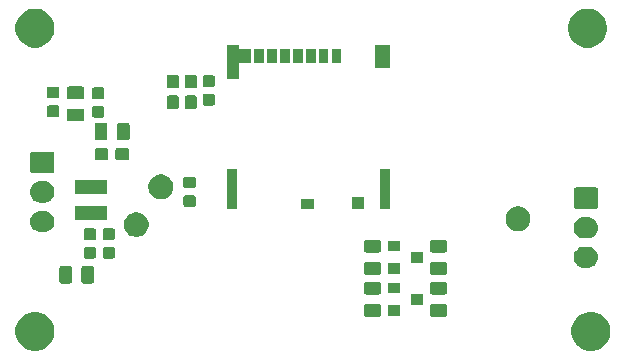
<source format=gbr>
G04 #@! TF.GenerationSoftware,KiCad,Pcbnew,5.1.4-3.fc30*
G04 #@! TF.CreationDate,2019-11-13T22:00:14+01:00*
G04 #@! TF.ProjectId,dpf_ressure_dumper,6470665f-7265-4737-9375-72655f64756d,rev?*
G04 #@! TF.SameCoordinates,Original*
G04 #@! TF.FileFunction,Soldermask,Bot*
G04 #@! TF.FilePolarity,Negative*
%FSLAX46Y46*%
G04 Gerber Fmt 4.6, Leading zero omitted, Abs format (unit mm)*
G04 Created by KiCad (PCBNEW 5.1.4-3.fc30) date 2019-11-13 22:00:14*
%MOMM*%
%LPD*%
G04 APERTURE LIST*
%ADD10C,0.100000*%
G04 APERTURE END LIST*
D10*
G36*
X173125994Y-146466423D02*
G01*
X173399407Y-146520808D01*
X173699688Y-146645189D01*
X173969934Y-146825761D01*
X174199759Y-147055586D01*
X174380331Y-147325832D01*
X174504712Y-147626113D01*
X174568120Y-147944889D01*
X174568120Y-148269911D01*
X174504712Y-148588687D01*
X174380331Y-148888968D01*
X174199759Y-149159214D01*
X173969934Y-149389039D01*
X173699688Y-149569611D01*
X173399407Y-149693992D01*
X173125994Y-149748377D01*
X173080632Y-149757400D01*
X172755608Y-149757400D01*
X172710246Y-149748377D01*
X172436833Y-149693992D01*
X172136552Y-149569611D01*
X171866306Y-149389039D01*
X171636481Y-149159214D01*
X171455909Y-148888968D01*
X171331528Y-148588687D01*
X171268120Y-148269911D01*
X171268120Y-147944889D01*
X171331528Y-147626113D01*
X171455909Y-147325832D01*
X171636481Y-147055586D01*
X171866306Y-146825761D01*
X172136552Y-146645189D01*
X172436833Y-146520808D01*
X172710246Y-146466423D01*
X172755608Y-146457400D01*
X173080632Y-146457400D01*
X173125994Y-146466423D01*
X173125994Y-146466423D01*
G37*
G36*
X220187114Y-146466423D02*
G01*
X220460527Y-146520808D01*
X220760808Y-146645189D01*
X221031054Y-146825761D01*
X221260879Y-147055586D01*
X221441451Y-147325832D01*
X221565832Y-147626113D01*
X221629240Y-147944889D01*
X221629240Y-148269911D01*
X221565832Y-148588687D01*
X221441451Y-148888968D01*
X221260879Y-149159214D01*
X221031054Y-149389039D01*
X220760808Y-149569611D01*
X220460527Y-149693992D01*
X220187114Y-149748377D01*
X220141752Y-149757400D01*
X219816728Y-149757400D01*
X219771366Y-149748377D01*
X219497953Y-149693992D01*
X219197672Y-149569611D01*
X218927426Y-149389039D01*
X218697601Y-149159214D01*
X218517029Y-148888968D01*
X218392648Y-148588687D01*
X218329240Y-148269911D01*
X218329240Y-147944889D01*
X218392648Y-147626113D01*
X218517029Y-147325832D01*
X218697601Y-147055586D01*
X218927426Y-146825761D01*
X219197672Y-146645189D01*
X219497953Y-146520808D01*
X219771366Y-146466423D01*
X219816728Y-146457400D01*
X220141752Y-146457400D01*
X220187114Y-146466423D01*
X220187114Y-146466423D01*
G37*
G36*
X202082668Y-145793165D02*
G01*
X202121338Y-145804896D01*
X202156977Y-145823946D01*
X202188217Y-145849583D01*
X202213854Y-145880823D01*
X202232904Y-145916462D01*
X202244635Y-145955132D01*
X202249200Y-146001488D01*
X202249200Y-146652712D01*
X202244635Y-146699068D01*
X202232904Y-146737738D01*
X202213854Y-146773377D01*
X202188217Y-146804617D01*
X202156977Y-146830254D01*
X202121338Y-146849304D01*
X202082668Y-146861035D01*
X202036312Y-146865600D01*
X200960088Y-146865600D01*
X200913732Y-146861035D01*
X200875062Y-146849304D01*
X200839423Y-146830254D01*
X200808183Y-146804617D01*
X200782546Y-146773377D01*
X200763496Y-146737738D01*
X200751765Y-146699068D01*
X200747200Y-146652712D01*
X200747200Y-146001488D01*
X200751765Y-145955132D01*
X200763496Y-145916462D01*
X200782546Y-145880823D01*
X200808183Y-145849583D01*
X200839423Y-145823946D01*
X200875062Y-145804896D01*
X200913732Y-145793165D01*
X200960088Y-145788600D01*
X202036312Y-145788600D01*
X202082668Y-145793165D01*
X202082668Y-145793165D01*
G37*
G36*
X207670668Y-145793165D02*
G01*
X207709338Y-145804896D01*
X207744977Y-145823946D01*
X207776217Y-145849583D01*
X207801854Y-145880823D01*
X207820904Y-145916462D01*
X207832635Y-145955132D01*
X207837200Y-146001488D01*
X207837200Y-146652712D01*
X207832635Y-146699068D01*
X207820904Y-146737738D01*
X207801854Y-146773377D01*
X207776217Y-146804617D01*
X207744977Y-146830254D01*
X207709338Y-146849304D01*
X207670668Y-146861035D01*
X207624312Y-146865600D01*
X206548088Y-146865600D01*
X206501732Y-146861035D01*
X206463062Y-146849304D01*
X206427423Y-146830254D01*
X206396183Y-146804617D01*
X206370546Y-146773377D01*
X206351496Y-146737738D01*
X206339765Y-146699068D01*
X206335200Y-146652712D01*
X206335200Y-146001488D01*
X206339765Y-145955132D01*
X206351496Y-145916462D01*
X206370546Y-145880823D01*
X206396183Y-145849583D01*
X206427423Y-145823946D01*
X206463062Y-145804896D01*
X206501732Y-145793165D01*
X206548088Y-145788600D01*
X207624312Y-145788600D01*
X207670668Y-145793165D01*
X207670668Y-145793165D01*
G37*
G36*
X203793200Y-146790600D02*
G01*
X202791200Y-146790600D01*
X202791200Y-145888600D01*
X203793200Y-145888600D01*
X203793200Y-146790600D01*
X203793200Y-146790600D01*
G37*
G36*
X205793200Y-145840600D02*
G01*
X204791200Y-145840600D01*
X204791200Y-144938600D01*
X205793200Y-144938600D01*
X205793200Y-145840600D01*
X205793200Y-145840600D01*
G37*
G36*
X202082668Y-143918165D02*
G01*
X202121338Y-143929896D01*
X202156977Y-143948946D01*
X202188217Y-143974583D01*
X202213854Y-144005823D01*
X202232904Y-144041462D01*
X202244635Y-144080132D01*
X202249200Y-144126488D01*
X202249200Y-144777712D01*
X202244635Y-144824068D01*
X202232904Y-144862738D01*
X202213854Y-144898377D01*
X202188217Y-144929617D01*
X202156977Y-144955254D01*
X202121338Y-144974304D01*
X202082668Y-144986035D01*
X202036312Y-144990600D01*
X200960088Y-144990600D01*
X200913732Y-144986035D01*
X200875062Y-144974304D01*
X200839423Y-144955254D01*
X200808183Y-144929617D01*
X200782546Y-144898377D01*
X200763496Y-144862738D01*
X200751765Y-144824068D01*
X200747200Y-144777712D01*
X200747200Y-144126488D01*
X200751765Y-144080132D01*
X200763496Y-144041462D01*
X200782546Y-144005823D01*
X200808183Y-143974583D01*
X200839423Y-143948946D01*
X200875062Y-143929896D01*
X200913732Y-143918165D01*
X200960088Y-143913600D01*
X202036312Y-143913600D01*
X202082668Y-143918165D01*
X202082668Y-143918165D01*
G37*
G36*
X207670668Y-143918165D02*
G01*
X207709338Y-143929896D01*
X207744977Y-143948946D01*
X207776217Y-143974583D01*
X207801854Y-144005823D01*
X207820904Y-144041462D01*
X207832635Y-144080132D01*
X207837200Y-144126488D01*
X207837200Y-144777712D01*
X207832635Y-144824068D01*
X207820904Y-144862738D01*
X207801854Y-144898377D01*
X207776217Y-144929617D01*
X207744977Y-144955254D01*
X207709338Y-144974304D01*
X207670668Y-144986035D01*
X207624312Y-144990600D01*
X206548088Y-144990600D01*
X206501732Y-144986035D01*
X206463062Y-144974304D01*
X206427423Y-144955254D01*
X206396183Y-144929617D01*
X206370546Y-144898377D01*
X206351496Y-144862738D01*
X206339765Y-144824068D01*
X206335200Y-144777712D01*
X206335200Y-144126488D01*
X206339765Y-144080132D01*
X206351496Y-144041462D01*
X206370546Y-144005823D01*
X206396183Y-143974583D01*
X206427423Y-143948946D01*
X206463062Y-143929896D01*
X206501732Y-143918165D01*
X206548088Y-143913600D01*
X207624312Y-143913600D01*
X207670668Y-143918165D01*
X207670668Y-143918165D01*
G37*
G36*
X203793200Y-144890600D02*
G01*
X202791200Y-144890600D01*
X202791200Y-143988600D01*
X203793200Y-143988600D01*
X203793200Y-144890600D01*
X203793200Y-144890600D01*
G37*
G36*
X175888268Y-142560365D02*
G01*
X175926938Y-142572096D01*
X175962577Y-142591146D01*
X175993817Y-142616783D01*
X176019454Y-142648023D01*
X176038504Y-142683662D01*
X176050235Y-142722332D01*
X176054800Y-142768688D01*
X176054800Y-143844912D01*
X176050235Y-143891268D01*
X176038504Y-143929938D01*
X176019454Y-143965577D01*
X175993817Y-143996817D01*
X175962577Y-144022454D01*
X175926938Y-144041504D01*
X175888268Y-144053235D01*
X175841912Y-144057800D01*
X175190688Y-144057800D01*
X175144332Y-144053235D01*
X175105662Y-144041504D01*
X175070023Y-144022454D01*
X175038783Y-143996817D01*
X175013146Y-143965577D01*
X174994096Y-143929938D01*
X174982365Y-143891268D01*
X174977800Y-143844912D01*
X174977800Y-142768688D01*
X174982365Y-142722332D01*
X174994096Y-142683662D01*
X175013146Y-142648023D01*
X175038783Y-142616783D01*
X175070023Y-142591146D01*
X175105662Y-142572096D01*
X175144332Y-142560365D01*
X175190688Y-142555800D01*
X175841912Y-142555800D01*
X175888268Y-142560365D01*
X175888268Y-142560365D01*
G37*
G36*
X177763268Y-142560365D02*
G01*
X177801938Y-142572096D01*
X177837577Y-142591146D01*
X177868817Y-142616783D01*
X177894454Y-142648023D01*
X177913504Y-142683662D01*
X177925235Y-142722332D01*
X177929800Y-142768688D01*
X177929800Y-143844912D01*
X177925235Y-143891268D01*
X177913504Y-143929938D01*
X177894454Y-143965577D01*
X177868817Y-143996817D01*
X177837577Y-144022454D01*
X177801938Y-144041504D01*
X177763268Y-144053235D01*
X177716912Y-144057800D01*
X177065688Y-144057800D01*
X177019332Y-144053235D01*
X176980662Y-144041504D01*
X176945023Y-144022454D01*
X176913783Y-143996817D01*
X176888146Y-143965577D01*
X176869096Y-143929938D01*
X176857365Y-143891268D01*
X176852800Y-143844912D01*
X176852800Y-142768688D01*
X176857365Y-142722332D01*
X176869096Y-142683662D01*
X176888146Y-142648023D01*
X176913783Y-142616783D01*
X176945023Y-142591146D01*
X176980662Y-142572096D01*
X177019332Y-142560365D01*
X177065688Y-142555800D01*
X177716912Y-142555800D01*
X177763268Y-142560365D01*
X177763268Y-142560365D01*
G37*
G36*
X207670668Y-142237165D02*
G01*
X207709338Y-142248896D01*
X207744977Y-142267946D01*
X207776217Y-142293583D01*
X207801854Y-142324823D01*
X207820904Y-142360462D01*
X207832635Y-142399132D01*
X207837200Y-142445488D01*
X207837200Y-143096712D01*
X207832635Y-143143068D01*
X207820904Y-143181738D01*
X207801854Y-143217377D01*
X207776217Y-143248617D01*
X207744977Y-143274254D01*
X207709338Y-143293304D01*
X207670668Y-143305035D01*
X207624312Y-143309600D01*
X206548088Y-143309600D01*
X206501732Y-143305035D01*
X206463062Y-143293304D01*
X206427423Y-143274254D01*
X206396183Y-143248617D01*
X206370546Y-143217377D01*
X206351496Y-143181738D01*
X206339765Y-143143068D01*
X206335200Y-143096712D01*
X206335200Y-142445488D01*
X206339765Y-142399132D01*
X206351496Y-142360462D01*
X206370546Y-142324823D01*
X206396183Y-142293583D01*
X206427423Y-142267946D01*
X206463062Y-142248896D01*
X206501732Y-142237165D01*
X206548088Y-142232600D01*
X207624312Y-142232600D01*
X207670668Y-142237165D01*
X207670668Y-142237165D01*
G37*
G36*
X202082668Y-142237165D02*
G01*
X202121338Y-142248896D01*
X202156977Y-142267946D01*
X202188217Y-142293583D01*
X202213854Y-142324823D01*
X202232904Y-142360462D01*
X202244635Y-142399132D01*
X202249200Y-142445488D01*
X202249200Y-143096712D01*
X202244635Y-143143068D01*
X202232904Y-143181738D01*
X202213854Y-143217377D01*
X202188217Y-143248617D01*
X202156977Y-143274254D01*
X202121338Y-143293304D01*
X202082668Y-143305035D01*
X202036312Y-143309600D01*
X200960088Y-143309600D01*
X200913732Y-143305035D01*
X200875062Y-143293304D01*
X200839423Y-143274254D01*
X200808183Y-143248617D01*
X200782546Y-143217377D01*
X200763496Y-143181738D01*
X200751765Y-143143068D01*
X200747200Y-143096712D01*
X200747200Y-142445488D01*
X200751765Y-142399132D01*
X200763496Y-142360462D01*
X200782546Y-142324823D01*
X200808183Y-142293583D01*
X200839423Y-142267946D01*
X200875062Y-142248896D01*
X200913732Y-142237165D01*
X200960088Y-142232600D01*
X202036312Y-142232600D01*
X202082668Y-142237165D01*
X202082668Y-142237165D01*
G37*
G36*
X203793200Y-143234600D02*
G01*
X202791200Y-143234600D01*
X202791200Y-142332600D01*
X203793200Y-142332600D01*
X203793200Y-143234600D01*
X203793200Y-143234600D01*
G37*
G36*
X219793043Y-140935319D02*
G01*
X219859227Y-140941837D01*
X220029066Y-140993357D01*
X220185591Y-141077022D01*
X220221329Y-141106352D01*
X220322786Y-141189614D01*
X220387433Y-141268388D01*
X220435378Y-141326809D01*
X220519043Y-141483334D01*
X220570563Y-141653173D01*
X220587959Y-141829800D01*
X220570563Y-142006427D01*
X220519043Y-142176266D01*
X220435378Y-142332791D01*
X220412669Y-142360462D01*
X220322786Y-142469986D01*
X220221329Y-142553248D01*
X220185591Y-142582578D01*
X220029066Y-142666243D01*
X219859227Y-142717763D01*
X219816085Y-142722012D01*
X219726860Y-142730800D01*
X219388340Y-142730800D01*
X219299115Y-142722012D01*
X219255973Y-142717763D01*
X219086134Y-142666243D01*
X218929609Y-142582578D01*
X218893871Y-142553248D01*
X218792414Y-142469986D01*
X218702531Y-142360462D01*
X218679822Y-142332791D01*
X218596157Y-142176266D01*
X218544637Y-142006427D01*
X218527241Y-141829800D01*
X218544637Y-141653173D01*
X218596157Y-141483334D01*
X218679822Y-141326809D01*
X218727767Y-141268388D01*
X218792414Y-141189614D01*
X218893871Y-141106352D01*
X218929609Y-141077022D01*
X219086134Y-140993357D01*
X219255973Y-140941837D01*
X219322157Y-140935319D01*
X219388340Y-140928800D01*
X219726860Y-140928800D01*
X219793043Y-140935319D01*
X219793043Y-140935319D01*
G37*
G36*
X205793200Y-142284600D02*
G01*
X204791200Y-142284600D01*
X204791200Y-141382600D01*
X205793200Y-141382600D01*
X205793200Y-142284600D01*
X205793200Y-142284600D01*
G37*
G36*
X179551191Y-140968285D02*
G01*
X179585169Y-140978593D01*
X179616490Y-140995334D01*
X179643939Y-141017861D01*
X179666466Y-141045310D01*
X179683207Y-141076631D01*
X179693515Y-141110609D01*
X179697600Y-141152090D01*
X179697600Y-141753310D01*
X179693515Y-141794791D01*
X179683207Y-141828769D01*
X179666466Y-141860090D01*
X179643939Y-141887539D01*
X179616490Y-141910066D01*
X179585169Y-141926807D01*
X179551191Y-141937115D01*
X179509710Y-141941200D01*
X178833490Y-141941200D01*
X178792009Y-141937115D01*
X178758031Y-141926807D01*
X178726710Y-141910066D01*
X178699261Y-141887539D01*
X178676734Y-141860090D01*
X178659993Y-141828769D01*
X178649685Y-141794791D01*
X178645600Y-141753310D01*
X178645600Y-141152090D01*
X178649685Y-141110609D01*
X178659993Y-141076631D01*
X178676734Y-141045310D01*
X178699261Y-141017861D01*
X178726710Y-140995334D01*
X178758031Y-140978593D01*
X178792009Y-140968285D01*
X178833490Y-140964200D01*
X179509710Y-140964200D01*
X179551191Y-140968285D01*
X179551191Y-140968285D01*
G37*
G36*
X177950991Y-140968285D02*
G01*
X177984969Y-140978593D01*
X178016290Y-140995334D01*
X178043739Y-141017861D01*
X178066266Y-141045310D01*
X178083007Y-141076631D01*
X178093315Y-141110609D01*
X178097400Y-141152090D01*
X178097400Y-141753310D01*
X178093315Y-141794791D01*
X178083007Y-141828769D01*
X178066266Y-141860090D01*
X178043739Y-141887539D01*
X178016290Y-141910066D01*
X177984969Y-141926807D01*
X177950991Y-141937115D01*
X177909510Y-141941200D01*
X177233290Y-141941200D01*
X177191809Y-141937115D01*
X177157831Y-141926807D01*
X177126510Y-141910066D01*
X177099061Y-141887539D01*
X177076534Y-141860090D01*
X177059793Y-141828769D01*
X177049485Y-141794791D01*
X177045400Y-141753310D01*
X177045400Y-141152090D01*
X177049485Y-141110609D01*
X177059793Y-141076631D01*
X177076534Y-141045310D01*
X177099061Y-141017861D01*
X177126510Y-140995334D01*
X177157831Y-140978593D01*
X177191809Y-140968285D01*
X177233290Y-140964200D01*
X177909510Y-140964200D01*
X177950991Y-140968285D01*
X177950991Y-140968285D01*
G37*
G36*
X207670668Y-140362165D02*
G01*
X207709338Y-140373896D01*
X207744977Y-140392946D01*
X207776217Y-140418583D01*
X207801854Y-140449823D01*
X207820904Y-140485462D01*
X207832635Y-140524132D01*
X207837200Y-140570488D01*
X207837200Y-141221712D01*
X207832635Y-141268068D01*
X207820904Y-141306738D01*
X207801854Y-141342377D01*
X207776217Y-141373617D01*
X207744977Y-141399254D01*
X207709338Y-141418304D01*
X207670668Y-141430035D01*
X207624312Y-141434600D01*
X206548088Y-141434600D01*
X206501732Y-141430035D01*
X206463062Y-141418304D01*
X206427423Y-141399254D01*
X206396183Y-141373617D01*
X206370546Y-141342377D01*
X206351496Y-141306738D01*
X206339765Y-141268068D01*
X206335200Y-141221712D01*
X206335200Y-140570488D01*
X206339765Y-140524132D01*
X206351496Y-140485462D01*
X206370546Y-140449823D01*
X206396183Y-140418583D01*
X206427423Y-140392946D01*
X206463062Y-140373896D01*
X206501732Y-140362165D01*
X206548088Y-140357600D01*
X207624312Y-140357600D01*
X207670668Y-140362165D01*
X207670668Y-140362165D01*
G37*
G36*
X202082668Y-140362165D02*
G01*
X202121338Y-140373896D01*
X202156977Y-140392946D01*
X202188217Y-140418583D01*
X202213854Y-140449823D01*
X202232904Y-140485462D01*
X202244635Y-140524132D01*
X202249200Y-140570488D01*
X202249200Y-141221712D01*
X202244635Y-141268068D01*
X202232904Y-141306738D01*
X202213854Y-141342377D01*
X202188217Y-141373617D01*
X202156977Y-141399254D01*
X202121338Y-141418304D01*
X202082668Y-141430035D01*
X202036312Y-141434600D01*
X200960088Y-141434600D01*
X200913732Y-141430035D01*
X200875062Y-141418304D01*
X200839423Y-141399254D01*
X200808183Y-141373617D01*
X200782546Y-141342377D01*
X200763496Y-141306738D01*
X200751765Y-141268068D01*
X200747200Y-141221712D01*
X200747200Y-140570488D01*
X200751765Y-140524132D01*
X200763496Y-140485462D01*
X200782546Y-140449823D01*
X200808183Y-140418583D01*
X200839423Y-140392946D01*
X200875062Y-140373896D01*
X200913732Y-140362165D01*
X200960088Y-140357600D01*
X202036312Y-140357600D01*
X202082668Y-140362165D01*
X202082668Y-140362165D01*
G37*
G36*
X203793200Y-141334600D02*
G01*
X202791200Y-141334600D01*
X202791200Y-140432600D01*
X203793200Y-140432600D01*
X203793200Y-141334600D01*
X203793200Y-141334600D01*
G37*
G36*
X177950991Y-139393285D02*
G01*
X177984969Y-139403593D01*
X178016290Y-139420334D01*
X178043739Y-139442861D01*
X178066266Y-139470310D01*
X178083007Y-139501631D01*
X178093315Y-139535609D01*
X178097400Y-139577090D01*
X178097400Y-140178310D01*
X178093315Y-140219791D01*
X178083007Y-140253769D01*
X178066266Y-140285090D01*
X178043739Y-140312539D01*
X178016290Y-140335066D01*
X177984969Y-140351807D01*
X177950991Y-140362115D01*
X177909510Y-140366200D01*
X177233290Y-140366200D01*
X177191809Y-140362115D01*
X177157831Y-140351807D01*
X177126510Y-140335066D01*
X177099061Y-140312539D01*
X177076534Y-140285090D01*
X177059793Y-140253769D01*
X177049485Y-140219791D01*
X177045400Y-140178310D01*
X177045400Y-139577090D01*
X177049485Y-139535609D01*
X177059793Y-139501631D01*
X177076534Y-139470310D01*
X177099061Y-139442861D01*
X177126510Y-139420334D01*
X177157831Y-139403593D01*
X177191809Y-139393285D01*
X177233290Y-139389200D01*
X177909510Y-139389200D01*
X177950991Y-139393285D01*
X177950991Y-139393285D01*
G37*
G36*
X179551191Y-139393285D02*
G01*
X179585169Y-139403593D01*
X179616490Y-139420334D01*
X179643939Y-139442861D01*
X179666466Y-139470310D01*
X179683207Y-139501631D01*
X179693515Y-139535609D01*
X179697600Y-139577090D01*
X179697600Y-140178310D01*
X179693515Y-140219791D01*
X179683207Y-140253769D01*
X179666466Y-140285090D01*
X179643939Y-140312539D01*
X179616490Y-140335066D01*
X179585169Y-140351807D01*
X179551191Y-140362115D01*
X179509710Y-140366200D01*
X178833490Y-140366200D01*
X178792009Y-140362115D01*
X178758031Y-140351807D01*
X178726710Y-140335066D01*
X178699261Y-140312539D01*
X178676734Y-140285090D01*
X178659993Y-140253769D01*
X178649685Y-140219791D01*
X178645600Y-140178310D01*
X178645600Y-139577090D01*
X178649685Y-139535609D01*
X178659993Y-139501631D01*
X178676734Y-139470310D01*
X178699261Y-139442861D01*
X178726710Y-139420334D01*
X178758031Y-139403593D01*
X178792009Y-139393285D01*
X178833490Y-139389200D01*
X179509710Y-139389200D01*
X179551191Y-139393285D01*
X179551191Y-139393285D01*
G37*
G36*
X219793043Y-138435319D02*
G01*
X219859227Y-138441837D01*
X220029066Y-138493357D01*
X220185591Y-138577022D01*
X220221329Y-138606352D01*
X220322786Y-138689614D01*
X220406048Y-138791071D01*
X220435378Y-138826809D01*
X220519043Y-138983334D01*
X220570563Y-139153173D01*
X220587959Y-139329800D01*
X220570563Y-139506427D01*
X220519043Y-139676266D01*
X220435378Y-139832791D01*
X220406048Y-139868529D01*
X220322786Y-139969986D01*
X220221329Y-140053248D01*
X220185591Y-140082578D01*
X220029066Y-140166243D01*
X219859227Y-140217763D01*
X219793042Y-140224282D01*
X219726860Y-140230800D01*
X219388340Y-140230800D01*
X219322158Y-140224282D01*
X219255973Y-140217763D01*
X219086134Y-140166243D01*
X218929609Y-140082578D01*
X218893871Y-140053248D01*
X218792414Y-139969986D01*
X218709152Y-139868529D01*
X218679822Y-139832791D01*
X218596157Y-139676266D01*
X218544637Y-139506427D01*
X218527241Y-139329800D01*
X218544637Y-139153173D01*
X218596157Y-138983334D01*
X218679822Y-138826809D01*
X218709152Y-138791071D01*
X218792414Y-138689614D01*
X218893871Y-138606352D01*
X218929609Y-138577022D01*
X219086134Y-138493357D01*
X219255973Y-138441837D01*
X219322157Y-138435319D01*
X219388340Y-138428800D01*
X219726860Y-138428800D01*
X219793043Y-138435319D01*
X219793043Y-138435319D01*
G37*
G36*
X181789564Y-138054389D02*
G01*
X181980833Y-138133615D01*
X181980835Y-138133616D01*
X182030820Y-138167015D01*
X182152973Y-138248635D01*
X182299365Y-138395027D01*
X182414385Y-138567167D01*
X182493611Y-138758436D01*
X182534000Y-138961484D01*
X182534000Y-139168516D01*
X182493611Y-139371564D01*
X182415567Y-139559979D01*
X182414384Y-139562835D01*
X182299365Y-139734973D01*
X182152973Y-139881365D01*
X181980835Y-139996384D01*
X181980834Y-139996385D01*
X181980833Y-139996385D01*
X181789564Y-140075611D01*
X181586516Y-140116000D01*
X181379484Y-140116000D01*
X181176436Y-140075611D01*
X180985167Y-139996385D01*
X180985166Y-139996385D01*
X180985165Y-139996384D01*
X180813027Y-139881365D01*
X180666635Y-139734973D01*
X180551616Y-139562835D01*
X180550433Y-139559979D01*
X180472389Y-139371564D01*
X180432000Y-139168516D01*
X180432000Y-138961484D01*
X180472389Y-138758436D01*
X180551615Y-138567167D01*
X180666635Y-138395027D01*
X180813027Y-138248635D01*
X180935180Y-138167015D01*
X180985165Y-138133616D01*
X180985167Y-138133615D01*
X181176436Y-138054389D01*
X181379484Y-138014000D01*
X181586516Y-138014000D01*
X181789564Y-138054389D01*
X181789564Y-138054389D01*
G37*
G36*
X173765283Y-137912427D02*
G01*
X173834427Y-137919237D01*
X174004266Y-137970757D01*
X174160791Y-138054422D01*
X174196529Y-138083752D01*
X174297986Y-138167014D01*
X174381248Y-138268471D01*
X174410578Y-138304209D01*
X174494243Y-138460734D01*
X174545763Y-138630573D01*
X174563159Y-138807200D01*
X174545763Y-138983827D01*
X174494392Y-139153175D01*
X174494242Y-139153668D01*
X174452411Y-139231928D01*
X174410578Y-139310191D01*
X174394485Y-139329800D01*
X174297986Y-139447386D01*
X174217077Y-139513785D01*
X174160791Y-139559978D01*
X174004266Y-139643643D01*
X173834427Y-139695163D01*
X173768243Y-139701681D01*
X173702060Y-139708200D01*
X173363540Y-139708200D01*
X173297357Y-139701681D01*
X173231173Y-139695163D01*
X173061334Y-139643643D01*
X172904809Y-139559978D01*
X172848523Y-139513785D01*
X172767614Y-139447386D01*
X172671115Y-139329800D01*
X172655022Y-139310191D01*
X172613190Y-139231929D01*
X172571358Y-139153668D01*
X172571208Y-139153175D01*
X172519837Y-138983827D01*
X172502441Y-138807200D01*
X172519837Y-138630573D01*
X172571357Y-138460734D01*
X172655022Y-138304209D01*
X172684352Y-138268471D01*
X172767614Y-138167014D01*
X172869071Y-138083752D01*
X172904809Y-138054422D01*
X173061334Y-137970757D01*
X173231173Y-137919237D01*
X173300317Y-137912427D01*
X173363540Y-137906200D01*
X173702060Y-137906200D01*
X173765283Y-137912427D01*
X173765283Y-137912427D01*
G37*
G36*
X214123764Y-137571789D02*
G01*
X214243661Y-137621452D01*
X214315035Y-137651016D01*
X214487173Y-137766035D01*
X214633565Y-137912427D01*
X214728422Y-138054390D01*
X214748585Y-138084567D01*
X214827811Y-138275836D01*
X214868200Y-138478884D01*
X214868200Y-138685916D01*
X214827811Y-138888964D01*
X214748585Y-139080233D01*
X214748584Y-139080235D01*
X214633565Y-139252373D01*
X214487173Y-139398765D01*
X214315035Y-139513784D01*
X214315034Y-139513785D01*
X214315033Y-139513785D01*
X214123764Y-139593011D01*
X213920716Y-139633400D01*
X213713684Y-139633400D01*
X213510636Y-139593011D01*
X213319367Y-139513785D01*
X213319366Y-139513785D01*
X213319365Y-139513784D01*
X213147227Y-139398765D01*
X213000835Y-139252373D01*
X212885816Y-139080235D01*
X212885815Y-139080233D01*
X212806589Y-138888964D01*
X212766200Y-138685916D01*
X212766200Y-138478884D01*
X212806589Y-138275836D01*
X212885815Y-138084567D01*
X212905979Y-138054390D01*
X213000835Y-137912427D01*
X213147227Y-137766035D01*
X213319365Y-137651016D01*
X213390739Y-137621452D01*
X213510636Y-137571789D01*
X213713684Y-137531400D01*
X213920716Y-137531400D01*
X214123764Y-137571789D01*
X214123764Y-137571789D01*
G37*
G36*
X178973600Y-138663200D02*
G01*
X176321600Y-138663200D01*
X176321600Y-137501200D01*
X178973600Y-137501200D01*
X178973600Y-138663200D01*
X178973600Y-138663200D01*
G37*
G36*
X196568703Y-137775985D02*
G01*
X195416703Y-137775985D01*
X195416703Y-136893985D01*
X196568703Y-136893985D01*
X196568703Y-137775985D01*
X196568703Y-137775985D01*
G37*
G36*
X200758703Y-137775985D02*
G01*
X199756703Y-137775985D01*
X199756703Y-136743985D01*
X200758703Y-136743985D01*
X200758703Y-137775985D01*
X200758703Y-137775985D01*
G37*
G36*
X202968703Y-137775985D02*
G01*
X202166703Y-137775985D01*
X202166703Y-134343985D01*
X202968703Y-134343985D01*
X202968703Y-137775985D01*
X202968703Y-137775985D01*
G37*
G36*
X190008703Y-137775985D02*
G01*
X189206703Y-137775985D01*
X189206703Y-134343985D01*
X190008703Y-134343985D01*
X190008703Y-137775985D01*
X190008703Y-137775985D01*
G37*
G36*
X220441200Y-135932789D02*
G01*
X220474252Y-135942815D01*
X220504703Y-135959092D01*
X220531399Y-135981001D01*
X220553308Y-136007697D01*
X220569585Y-136038148D01*
X220579611Y-136071200D01*
X220583600Y-136111703D01*
X220583600Y-137547897D01*
X220579611Y-137588400D01*
X220569585Y-137621452D01*
X220553308Y-137651903D01*
X220531399Y-137678599D01*
X220504703Y-137700508D01*
X220474252Y-137716785D01*
X220441200Y-137726811D01*
X220400697Y-137730800D01*
X218714503Y-137730800D01*
X218674000Y-137726811D01*
X218640948Y-137716785D01*
X218610497Y-137700508D01*
X218583801Y-137678599D01*
X218561892Y-137651903D01*
X218545615Y-137621452D01*
X218535589Y-137588400D01*
X218531600Y-137547897D01*
X218531600Y-136111703D01*
X218535589Y-136071200D01*
X218545615Y-136038148D01*
X218561892Y-136007697D01*
X218583801Y-135981001D01*
X218610497Y-135959092D01*
X218640948Y-135942815D01*
X218674000Y-135932789D01*
X218714503Y-135928800D01*
X220400697Y-135928800D01*
X220441200Y-135932789D01*
X220441200Y-135932789D01*
G37*
G36*
X186388871Y-136584245D02*
G01*
X186422849Y-136594553D01*
X186454170Y-136611294D01*
X186481619Y-136633821D01*
X186504146Y-136661270D01*
X186520887Y-136692591D01*
X186531195Y-136726569D01*
X186535280Y-136768050D01*
X186535280Y-137369270D01*
X186531195Y-137410751D01*
X186520887Y-137444729D01*
X186504146Y-137476050D01*
X186481619Y-137503499D01*
X186454170Y-137526026D01*
X186422849Y-137542767D01*
X186388871Y-137553075D01*
X186347390Y-137557160D01*
X185671170Y-137557160D01*
X185629689Y-137553075D01*
X185595711Y-137542767D01*
X185564390Y-137526026D01*
X185536941Y-137503499D01*
X185514414Y-137476050D01*
X185497673Y-137444729D01*
X185487365Y-137410751D01*
X185483280Y-137369270D01*
X185483280Y-136768050D01*
X185487365Y-136726569D01*
X185497673Y-136692591D01*
X185514414Y-136661270D01*
X185536941Y-136633821D01*
X185564390Y-136611294D01*
X185595711Y-136594553D01*
X185629689Y-136584245D01*
X185671170Y-136580160D01*
X186347390Y-136580160D01*
X186388871Y-136584245D01*
X186388871Y-136584245D01*
G37*
G36*
X173768242Y-135412718D02*
G01*
X173834427Y-135419237D01*
X174004266Y-135470757D01*
X174160791Y-135554422D01*
X174196529Y-135583752D01*
X174297986Y-135667014D01*
X174375186Y-135761084D01*
X174410578Y-135804209D01*
X174494243Y-135960734D01*
X174545763Y-136130573D01*
X174563159Y-136307200D01*
X174545763Y-136483827D01*
X174494243Y-136653666D01*
X174410578Y-136810191D01*
X174381248Y-136845929D01*
X174297986Y-136947386D01*
X174196529Y-137030648D01*
X174160791Y-137059978D01*
X174004266Y-137143643D01*
X173834427Y-137195163D01*
X173768243Y-137201681D01*
X173702060Y-137208200D01*
X173363540Y-137208200D01*
X173297357Y-137201681D01*
X173231173Y-137195163D01*
X173061334Y-137143643D01*
X172904809Y-137059978D01*
X172869071Y-137030648D01*
X172767614Y-136947386D01*
X172684352Y-136845929D01*
X172655022Y-136810191D01*
X172571357Y-136653666D01*
X172519837Y-136483827D01*
X172502441Y-136307200D01*
X172519837Y-136130573D01*
X172571357Y-135960734D01*
X172655022Y-135804209D01*
X172690414Y-135761084D01*
X172767614Y-135667014D01*
X172869071Y-135583752D01*
X172904809Y-135554422D01*
X173061334Y-135470757D01*
X173231173Y-135419237D01*
X173297358Y-135412718D01*
X173363540Y-135406200D01*
X173702060Y-135406200D01*
X173768242Y-135412718D01*
X173768242Y-135412718D01*
G37*
G36*
X183872364Y-134853989D02*
G01*
X184063633Y-134933215D01*
X184063635Y-134933216D01*
X184171307Y-135005160D01*
X184235773Y-135048235D01*
X184382165Y-135194627D01*
X184497185Y-135366767D01*
X184576411Y-135558036D01*
X184616800Y-135761084D01*
X184616800Y-135968116D01*
X184576411Y-136171164D01*
X184520063Y-136307200D01*
X184497184Y-136362435D01*
X184382165Y-136534573D01*
X184235773Y-136680965D01*
X184063635Y-136795984D01*
X184063634Y-136795985D01*
X184063633Y-136795985D01*
X183872364Y-136875211D01*
X183669316Y-136915600D01*
X183462284Y-136915600D01*
X183259236Y-136875211D01*
X183067967Y-136795985D01*
X183067966Y-136795985D01*
X183067965Y-136795984D01*
X182895827Y-136680965D01*
X182749435Y-136534573D01*
X182634416Y-136362435D01*
X182611537Y-136307200D01*
X182555189Y-136171164D01*
X182514800Y-135968116D01*
X182514800Y-135761084D01*
X182555189Y-135558036D01*
X182634415Y-135366767D01*
X182749435Y-135194627D01*
X182895827Y-135048235D01*
X182960293Y-135005160D01*
X183067965Y-134933216D01*
X183067967Y-134933215D01*
X183259236Y-134853989D01*
X183462284Y-134813600D01*
X183669316Y-134813600D01*
X183872364Y-134853989D01*
X183872364Y-134853989D01*
G37*
G36*
X178973600Y-136463200D02*
G01*
X176321600Y-136463200D01*
X176321600Y-135301200D01*
X178973600Y-135301200D01*
X178973600Y-136463200D01*
X178973600Y-136463200D01*
G37*
G36*
X186388871Y-135009245D02*
G01*
X186422849Y-135019553D01*
X186454170Y-135036294D01*
X186481619Y-135058821D01*
X186504146Y-135086270D01*
X186520887Y-135117591D01*
X186531195Y-135151569D01*
X186535280Y-135193050D01*
X186535280Y-135794270D01*
X186531195Y-135835751D01*
X186520887Y-135869729D01*
X186504146Y-135901050D01*
X186481619Y-135928499D01*
X186454170Y-135951026D01*
X186422849Y-135967767D01*
X186388871Y-135978075D01*
X186347390Y-135982160D01*
X185671170Y-135982160D01*
X185629689Y-135978075D01*
X185595711Y-135967767D01*
X185564390Y-135951026D01*
X185536941Y-135928499D01*
X185514414Y-135901050D01*
X185497673Y-135869729D01*
X185487365Y-135835751D01*
X185483280Y-135794270D01*
X185483280Y-135193050D01*
X185487365Y-135151569D01*
X185497673Y-135117591D01*
X185514414Y-135086270D01*
X185536941Y-135058821D01*
X185564390Y-135036294D01*
X185595711Y-135019553D01*
X185629689Y-135009245D01*
X185671170Y-135005160D01*
X186347390Y-135005160D01*
X186388871Y-135009245D01*
X186388871Y-135009245D01*
G37*
G36*
X174416400Y-132910189D02*
G01*
X174449452Y-132920215D01*
X174479903Y-132936492D01*
X174506599Y-132958401D01*
X174528508Y-132985097D01*
X174544785Y-133015548D01*
X174554811Y-133048600D01*
X174558800Y-133089103D01*
X174558800Y-134525297D01*
X174554811Y-134565800D01*
X174544785Y-134598852D01*
X174528508Y-134629303D01*
X174506599Y-134655999D01*
X174479903Y-134677908D01*
X174449452Y-134694185D01*
X174416400Y-134704211D01*
X174375897Y-134708200D01*
X172689703Y-134708200D01*
X172649200Y-134704211D01*
X172616148Y-134694185D01*
X172585697Y-134677908D01*
X172559001Y-134655999D01*
X172537092Y-134629303D01*
X172520815Y-134598852D01*
X172510789Y-134565800D01*
X172506800Y-134525297D01*
X172506800Y-133089103D01*
X172510789Y-133048600D01*
X172520815Y-133015548D01*
X172537092Y-132985097D01*
X172559001Y-132958401D01*
X172585697Y-132936492D01*
X172616148Y-132920215D01*
X172649200Y-132910189D01*
X172689703Y-132906200D01*
X174375897Y-132906200D01*
X174416400Y-132910189D01*
X174416400Y-132910189D01*
G37*
G36*
X180715099Y-132574445D02*
G01*
X180752595Y-132585820D01*
X180787154Y-132604292D01*
X180817447Y-132629153D01*
X180842308Y-132659446D01*
X180860780Y-132694005D01*
X180872155Y-132731501D01*
X180876600Y-132776638D01*
X180876600Y-133415362D01*
X180872155Y-133460499D01*
X180860780Y-133497995D01*
X180842308Y-133532554D01*
X180817447Y-133562847D01*
X180787154Y-133587708D01*
X180752595Y-133606180D01*
X180715099Y-133617555D01*
X180669962Y-133622000D01*
X179931238Y-133622000D01*
X179886101Y-133617555D01*
X179848605Y-133606180D01*
X179814046Y-133587708D01*
X179783753Y-133562847D01*
X179758892Y-133532554D01*
X179740420Y-133497995D01*
X179729045Y-133460499D01*
X179724600Y-133415362D01*
X179724600Y-132776638D01*
X179729045Y-132731501D01*
X179740420Y-132694005D01*
X179758892Y-132659446D01*
X179783753Y-132629153D01*
X179814046Y-132604292D01*
X179848605Y-132585820D01*
X179886101Y-132574445D01*
X179931238Y-132570000D01*
X180669962Y-132570000D01*
X180715099Y-132574445D01*
X180715099Y-132574445D01*
G37*
G36*
X178965099Y-132574445D02*
G01*
X179002595Y-132585820D01*
X179037154Y-132604292D01*
X179067447Y-132629153D01*
X179092308Y-132659446D01*
X179110780Y-132694005D01*
X179122155Y-132731501D01*
X179126600Y-132776638D01*
X179126600Y-133415362D01*
X179122155Y-133460499D01*
X179110780Y-133497995D01*
X179092308Y-133532554D01*
X179067447Y-133562847D01*
X179037154Y-133587708D01*
X179002595Y-133606180D01*
X178965099Y-133617555D01*
X178919962Y-133622000D01*
X178181238Y-133622000D01*
X178136101Y-133617555D01*
X178098605Y-133606180D01*
X178064046Y-133587708D01*
X178033753Y-133562847D01*
X178008892Y-133532554D01*
X177990420Y-133497995D01*
X177979045Y-133460499D01*
X177974600Y-133415362D01*
X177974600Y-132776638D01*
X177979045Y-132731501D01*
X177990420Y-132694005D01*
X178008892Y-132659446D01*
X178033753Y-132629153D01*
X178064046Y-132604292D01*
X178098605Y-132585820D01*
X178136101Y-132574445D01*
X178181238Y-132570000D01*
X178919962Y-132570000D01*
X178965099Y-132574445D01*
X178965099Y-132574445D01*
G37*
G36*
X178885468Y-130444565D02*
G01*
X178924138Y-130456296D01*
X178959777Y-130475346D01*
X178991017Y-130500983D01*
X179016654Y-130532223D01*
X179035704Y-130567862D01*
X179047435Y-130606532D01*
X179052000Y-130652888D01*
X179052000Y-131729112D01*
X179047435Y-131775468D01*
X179035704Y-131814138D01*
X179016654Y-131849777D01*
X178991017Y-131881017D01*
X178959777Y-131906654D01*
X178924138Y-131925704D01*
X178885468Y-131937435D01*
X178839112Y-131942000D01*
X178187888Y-131942000D01*
X178141532Y-131937435D01*
X178102862Y-131925704D01*
X178067223Y-131906654D01*
X178035983Y-131881017D01*
X178010346Y-131849777D01*
X177991296Y-131814138D01*
X177979565Y-131775468D01*
X177975000Y-131729112D01*
X177975000Y-130652888D01*
X177979565Y-130606532D01*
X177991296Y-130567862D01*
X178010346Y-130532223D01*
X178035983Y-130500983D01*
X178067223Y-130475346D01*
X178102862Y-130456296D01*
X178141532Y-130444565D01*
X178187888Y-130440000D01*
X178839112Y-130440000D01*
X178885468Y-130444565D01*
X178885468Y-130444565D01*
G37*
G36*
X180760468Y-130444565D02*
G01*
X180799138Y-130456296D01*
X180834777Y-130475346D01*
X180866017Y-130500983D01*
X180891654Y-130532223D01*
X180910704Y-130567862D01*
X180922435Y-130606532D01*
X180927000Y-130652888D01*
X180927000Y-131729112D01*
X180922435Y-131775468D01*
X180910704Y-131814138D01*
X180891654Y-131849777D01*
X180866017Y-131881017D01*
X180834777Y-131906654D01*
X180799138Y-131925704D01*
X180760468Y-131937435D01*
X180714112Y-131942000D01*
X180062888Y-131942000D01*
X180016532Y-131937435D01*
X179977862Y-131925704D01*
X179942223Y-131906654D01*
X179910983Y-131881017D01*
X179885346Y-131849777D01*
X179866296Y-131814138D01*
X179854565Y-131775468D01*
X179850000Y-131729112D01*
X179850000Y-130652888D01*
X179854565Y-130606532D01*
X179866296Y-130567862D01*
X179885346Y-130532223D01*
X179910983Y-130500983D01*
X179942223Y-130475346D01*
X179977862Y-130456296D01*
X180016532Y-130444565D01*
X180062888Y-130440000D01*
X180714112Y-130440000D01*
X180760468Y-130444565D01*
X180760468Y-130444565D01*
G37*
G36*
X176936668Y-129257765D02*
G01*
X176975338Y-129269496D01*
X177010977Y-129288546D01*
X177042217Y-129314183D01*
X177067854Y-129345423D01*
X177086904Y-129381062D01*
X177098635Y-129419732D01*
X177103200Y-129466088D01*
X177103200Y-130117312D01*
X177098635Y-130163668D01*
X177086904Y-130202338D01*
X177067854Y-130237977D01*
X177042217Y-130269217D01*
X177010977Y-130294854D01*
X176975338Y-130313904D01*
X176936668Y-130325635D01*
X176890312Y-130330200D01*
X175814088Y-130330200D01*
X175767732Y-130325635D01*
X175729062Y-130313904D01*
X175693423Y-130294854D01*
X175662183Y-130269217D01*
X175636546Y-130237977D01*
X175617496Y-130202338D01*
X175605765Y-130163668D01*
X175601200Y-130117312D01*
X175601200Y-129466088D01*
X175605765Y-129419732D01*
X175617496Y-129381062D01*
X175636546Y-129345423D01*
X175662183Y-129314183D01*
X175693423Y-129288546D01*
X175729062Y-129269496D01*
X175767732Y-129257765D01*
X175814088Y-129253200D01*
X176890312Y-129253200D01*
X176936668Y-129257765D01*
X176936668Y-129257765D01*
G37*
G36*
X178636791Y-129030285D02*
G01*
X178670769Y-129040593D01*
X178702090Y-129057334D01*
X178729539Y-129079861D01*
X178752066Y-129107310D01*
X178768807Y-129138631D01*
X178779115Y-129172609D01*
X178783200Y-129214090D01*
X178783200Y-129815310D01*
X178779115Y-129856791D01*
X178768807Y-129890769D01*
X178752066Y-129922090D01*
X178729539Y-129949539D01*
X178702090Y-129972066D01*
X178670769Y-129988807D01*
X178636791Y-129999115D01*
X178595310Y-130003200D01*
X177919090Y-130003200D01*
X177877609Y-129999115D01*
X177843631Y-129988807D01*
X177812310Y-129972066D01*
X177784861Y-129949539D01*
X177762334Y-129922090D01*
X177745593Y-129890769D01*
X177735285Y-129856791D01*
X177731200Y-129815310D01*
X177731200Y-129214090D01*
X177735285Y-129172609D01*
X177745593Y-129138631D01*
X177762334Y-129107310D01*
X177784861Y-129079861D01*
X177812310Y-129057334D01*
X177843631Y-129040593D01*
X177877609Y-129030285D01*
X177919090Y-129026200D01*
X178595310Y-129026200D01*
X178636791Y-129030285D01*
X178636791Y-129030285D01*
G37*
G36*
X174826791Y-128979485D02*
G01*
X174860769Y-128989793D01*
X174892090Y-129006534D01*
X174919539Y-129029061D01*
X174942066Y-129056510D01*
X174958807Y-129087831D01*
X174969115Y-129121809D01*
X174973200Y-129163290D01*
X174973200Y-129764510D01*
X174969115Y-129805991D01*
X174958807Y-129839969D01*
X174942066Y-129871290D01*
X174919539Y-129898739D01*
X174892090Y-129921266D01*
X174860769Y-129938007D01*
X174826791Y-129948315D01*
X174785310Y-129952400D01*
X174109090Y-129952400D01*
X174067609Y-129948315D01*
X174033631Y-129938007D01*
X174002310Y-129921266D01*
X173974861Y-129898739D01*
X173952334Y-129871290D01*
X173935593Y-129839969D01*
X173925285Y-129805991D01*
X173921200Y-129764510D01*
X173921200Y-129163290D01*
X173925285Y-129121809D01*
X173935593Y-129087831D01*
X173952334Y-129056510D01*
X173974861Y-129029061D01*
X174002310Y-129006534D01*
X174033631Y-128989793D01*
X174067609Y-128979485D01*
X174109090Y-128975400D01*
X174785310Y-128975400D01*
X174826791Y-128979485D01*
X174826791Y-128979485D01*
G37*
G36*
X186470299Y-128141645D02*
G01*
X186507795Y-128153020D01*
X186542354Y-128171492D01*
X186572647Y-128196353D01*
X186597508Y-128226646D01*
X186615980Y-128261205D01*
X186627355Y-128298701D01*
X186631800Y-128343838D01*
X186631800Y-129082562D01*
X186627355Y-129127699D01*
X186615980Y-129165195D01*
X186597508Y-129199754D01*
X186572647Y-129230047D01*
X186542354Y-129254908D01*
X186507795Y-129273380D01*
X186470299Y-129284755D01*
X186425162Y-129289200D01*
X185786438Y-129289200D01*
X185741301Y-129284755D01*
X185703805Y-129273380D01*
X185669246Y-129254908D01*
X185638953Y-129230047D01*
X185614092Y-129199754D01*
X185595620Y-129165195D01*
X185584245Y-129127699D01*
X185579800Y-129082562D01*
X185579800Y-128343838D01*
X185584245Y-128298701D01*
X185595620Y-128261205D01*
X185614092Y-128226646D01*
X185638953Y-128196353D01*
X185669246Y-128171492D01*
X185703805Y-128153020D01*
X185741301Y-128141645D01*
X185786438Y-128137200D01*
X186425162Y-128137200D01*
X186470299Y-128141645D01*
X186470299Y-128141645D01*
G37*
G36*
X184946299Y-128141645D02*
G01*
X184983795Y-128153020D01*
X185018354Y-128171492D01*
X185048647Y-128196353D01*
X185073508Y-128226646D01*
X185091980Y-128261205D01*
X185103355Y-128298701D01*
X185107800Y-128343838D01*
X185107800Y-129082562D01*
X185103355Y-129127699D01*
X185091980Y-129165195D01*
X185073508Y-129199754D01*
X185048647Y-129230047D01*
X185018354Y-129254908D01*
X184983795Y-129273380D01*
X184946299Y-129284755D01*
X184901162Y-129289200D01*
X184262438Y-129289200D01*
X184217301Y-129284755D01*
X184179805Y-129273380D01*
X184145246Y-129254908D01*
X184114953Y-129230047D01*
X184090092Y-129199754D01*
X184071620Y-129165195D01*
X184060245Y-129127699D01*
X184055800Y-129082562D01*
X184055800Y-128343838D01*
X184060245Y-128298701D01*
X184071620Y-128261205D01*
X184090092Y-128226646D01*
X184114953Y-128196353D01*
X184145246Y-128171492D01*
X184179805Y-128153020D01*
X184217301Y-128141645D01*
X184262438Y-128137200D01*
X184901162Y-128137200D01*
X184946299Y-128141645D01*
X184946299Y-128141645D01*
G37*
G36*
X188009391Y-128014285D02*
G01*
X188043369Y-128024593D01*
X188074690Y-128041334D01*
X188102139Y-128063861D01*
X188124666Y-128091310D01*
X188141407Y-128122631D01*
X188151715Y-128156609D01*
X188155800Y-128198090D01*
X188155800Y-128799310D01*
X188151715Y-128840791D01*
X188141407Y-128874769D01*
X188124666Y-128906090D01*
X188102139Y-128933539D01*
X188074690Y-128956066D01*
X188043369Y-128972807D01*
X188009391Y-128983115D01*
X187967910Y-128987200D01*
X187291690Y-128987200D01*
X187250209Y-128983115D01*
X187216231Y-128972807D01*
X187184910Y-128956066D01*
X187157461Y-128933539D01*
X187134934Y-128906090D01*
X187118193Y-128874769D01*
X187107885Y-128840791D01*
X187103800Y-128799310D01*
X187103800Y-128198090D01*
X187107885Y-128156609D01*
X187118193Y-128122631D01*
X187134934Y-128091310D01*
X187157461Y-128063861D01*
X187184910Y-128041334D01*
X187216231Y-128024593D01*
X187250209Y-128014285D01*
X187291690Y-128010200D01*
X187967910Y-128010200D01*
X188009391Y-128014285D01*
X188009391Y-128014285D01*
G37*
G36*
X176936668Y-127382765D02*
G01*
X176975338Y-127394496D01*
X177010977Y-127413546D01*
X177042217Y-127439183D01*
X177067854Y-127470423D01*
X177086904Y-127506062D01*
X177098635Y-127544732D01*
X177103200Y-127591088D01*
X177103200Y-128242312D01*
X177098635Y-128288668D01*
X177086904Y-128327338D01*
X177067854Y-128362977D01*
X177042217Y-128394217D01*
X177010977Y-128419854D01*
X176975338Y-128438904D01*
X176936668Y-128450635D01*
X176890312Y-128455200D01*
X175814088Y-128455200D01*
X175767732Y-128450635D01*
X175729062Y-128438904D01*
X175693423Y-128419854D01*
X175662183Y-128394217D01*
X175636546Y-128362977D01*
X175617496Y-128327338D01*
X175605765Y-128288668D01*
X175601200Y-128242312D01*
X175601200Y-127591088D01*
X175605765Y-127544732D01*
X175617496Y-127506062D01*
X175636546Y-127470423D01*
X175662183Y-127439183D01*
X175693423Y-127413546D01*
X175729062Y-127394496D01*
X175767732Y-127382765D01*
X175814088Y-127378200D01*
X176890312Y-127378200D01*
X176936668Y-127382765D01*
X176936668Y-127382765D01*
G37*
G36*
X178636791Y-127455285D02*
G01*
X178670769Y-127465593D01*
X178702090Y-127482334D01*
X178729539Y-127504861D01*
X178752066Y-127532310D01*
X178768807Y-127563631D01*
X178779115Y-127597609D01*
X178783200Y-127639090D01*
X178783200Y-128240310D01*
X178779115Y-128281791D01*
X178768807Y-128315769D01*
X178752066Y-128347090D01*
X178729539Y-128374539D01*
X178702090Y-128397066D01*
X178670769Y-128413807D01*
X178636791Y-128424115D01*
X178595310Y-128428200D01*
X177919090Y-128428200D01*
X177877609Y-128424115D01*
X177843631Y-128413807D01*
X177812310Y-128397066D01*
X177784861Y-128374539D01*
X177762334Y-128347090D01*
X177745593Y-128315769D01*
X177735285Y-128281791D01*
X177731200Y-128240310D01*
X177731200Y-127639090D01*
X177735285Y-127597609D01*
X177745593Y-127563631D01*
X177762334Y-127532310D01*
X177784861Y-127504861D01*
X177812310Y-127482334D01*
X177843631Y-127465593D01*
X177877609Y-127455285D01*
X177919090Y-127451200D01*
X178595310Y-127451200D01*
X178636791Y-127455285D01*
X178636791Y-127455285D01*
G37*
G36*
X174826791Y-127404485D02*
G01*
X174860769Y-127414793D01*
X174892090Y-127431534D01*
X174919539Y-127454061D01*
X174942066Y-127481510D01*
X174958807Y-127512831D01*
X174969115Y-127546809D01*
X174973200Y-127588290D01*
X174973200Y-128189510D01*
X174969115Y-128230991D01*
X174958807Y-128264969D01*
X174942066Y-128296290D01*
X174919539Y-128323739D01*
X174892090Y-128346266D01*
X174860769Y-128363007D01*
X174826791Y-128373315D01*
X174785310Y-128377400D01*
X174109090Y-128377400D01*
X174067609Y-128373315D01*
X174033631Y-128363007D01*
X174002310Y-128346266D01*
X173974861Y-128323739D01*
X173952334Y-128296290D01*
X173935593Y-128264969D01*
X173925285Y-128230991D01*
X173921200Y-128189510D01*
X173921200Y-127588290D01*
X173925285Y-127546809D01*
X173935593Y-127512831D01*
X173952334Y-127481510D01*
X173974861Y-127454061D01*
X174002310Y-127431534D01*
X174033631Y-127414793D01*
X174067609Y-127404485D01*
X174109090Y-127400400D01*
X174785310Y-127400400D01*
X174826791Y-127404485D01*
X174826791Y-127404485D01*
G37*
G36*
X184946299Y-126391645D02*
G01*
X184983795Y-126403020D01*
X185018354Y-126421492D01*
X185048647Y-126446353D01*
X185073508Y-126476646D01*
X185091980Y-126511205D01*
X185103355Y-126548701D01*
X185107800Y-126593838D01*
X185107800Y-127332562D01*
X185103355Y-127377699D01*
X185091980Y-127415195D01*
X185073508Y-127449754D01*
X185048647Y-127480047D01*
X185018354Y-127504908D01*
X184983795Y-127523380D01*
X184946299Y-127534755D01*
X184901162Y-127539200D01*
X184262438Y-127539200D01*
X184217301Y-127534755D01*
X184179805Y-127523380D01*
X184145246Y-127504908D01*
X184114953Y-127480047D01*
X184090092Y-127449754D01*
X184071620Y-127415195D01*
X184060245Y-127377699D01*
X184055800Y-127332562D01*
X184055800Y-126593838D01*
X184060245Y-126548701D01*
X184071620Y-126511205D01*
X184090092Y-126476646D01*
X184114953Y-126446353D01*
X184145246Y-126421492D01*
X184179805Y-126403020D01*
X184217301Y-126391645D01*
X184262438Y-126387200D01*
X184901162Y-126387200D01*
X184946299Y-126391645D01*
X184946299Y-126391645D01*
G37*
G36*
X186470299Y-126391645D02*
G01*
X186507795Y-126403020D01*
X186542354Y-126421492D01*
X186572647Y-126446353D01*
X186597508Y-126476646D01*
X186615980Y-126511205D01*
X186627355Y-126548701D01*
X186631800Y-126593838D01*
X186631800Y-127332562D01*
X186627355Y-127377699D01*
X186615980Y-127415195D01*
X186597508Y-127449754D01*
X186572647Y-127480047D01*
X186542354Y-127504908D01*
X186507795Y-127523380D01*
X186470299Y-127534755D01*
X186425162Y-127539200D01*
X185786438Y-127539200D01*
X185741301Y-127534755D01*
X185703805Y-127523380D01*
X185669246Y-127504908D01*
X185638953Y-127480047D01*
X185614092Y-127449754D01*
X185595620Y-127415195D01*
X185584245Y-127377699D01*
X185579800Y-127332562D01*
X185579800Y-126593838D01*
X185584245Y-126548701D01*
X185595620Y-126511205D01*
X185614092Y-126476646D01*
X185638953Y-126446353D01*
X185669246Y-126421492D01*
X185703805Y-126403020D01*
X185741301Y-126391645D01*
X185786438Y-126387200D01*
X186425162Y-126387200D01*
X186470299Y-126391645D01*
X186470299Y-126391645D01*
G37*
G36*
X188009391Y-126439285D02*
G01*
X188043369Y-126449593D01*
X188074690Y-126466334D01*
X188102139Y-126488861D01*
X188124666Y-126516310D01*
X188141407Y-126547631D01*
X188151715Y-126581609D01*
X188155800Y-126623090D01*
X188155800Y-127224310D01*
X188151715Y-127265791D01*
X188141407Y-127299769D01*
X188124666Y-127331090D01*
X188102139Y-127358539D01*
X188074690Y-127381066D01*
X188043369Y-127397807D01*
X188009391Y-127408115D01*
X187967910Y-127412200D01*
X187291690Y-127412200D01*
X187250209Y-127408115D01*
X187216231Y-127397807D01*
X187184910Y-127381066D01*
X187157461Y-127358539D01*
X187134934Y-127331090D01*
X187118193Y-127299769D01*
X187107885Y-127265791D01*
X187103800Y-127224310D01*
X187103800Y-126623090D01*
X187107885Y-126581609D01*
X187118193Y-126547631D01*
X187134934Y-126516310D01*
X187157461Y-126488861D01*
X187184910Y-126466334D01*
X187216231Y-126449593D01*
X187250209Y-126439285D01*
X187291690Y-126435200D01*
X187967910Y-126435200D01*
X188009391Y-126439285D01*
X188009391Y-126439285D01*
G37*
G36*
X190168703Y-124068986D02*
G01*
X190171105Y-124093372D01*
X190178218Y-124116821D01*
X190189769Y-124138432D01*
X190205314Y-124157374D01*
X190224256Y-124172919D01*
X190245867Y-124184470D01*
X190269316Y-124191583D01*
X190293702Y-124193985D01*
X191168703Y-124193985D01*
X191168703Y-125395985D01*
X190293702Y-125395985D01*
X190269316Y-125398387D01*
X190245867Y-125405500D01*
X190224256Y-125417051D01*
X190205314Y-125432596D01*
X190189769Y-125451538D01*
X190178218Y-125473149D01*
X190171105Y-125496598D01*
X190168703Y-125520984D01*
X190168703Y-126745985D01*
X189206703Y-126745985D01*
X189206703Y-123843985D01*
X190168703Y-123843985D01*
X190168703Y-124068986D01*
X190168703Y-124068986D01*
G37*
G36*
X202968703Y-125775985D02*
G01*
X201726703Y-125775985D01*
X201726703Y-123843985D01*
X202968703Y-123843985D01*
X202968703Y-125775985D01*
X202968703Y-125775985D01*
G37*
G36*
X198868703Y-125395985D02*
G01*
X198066703Y-125395985D01*
X198066703Y-124193985D01*
X198868703Y-124193985D01*
X198868703Y-125395985D01*
X198868703Y-125395985D01*
G37*
G36*
X193368703Y-125395985D02*
G01*
X192566703Y-125395985D01*
X192566703Y-124193985D01*
X193368703Y-124193985D01*
X193368703Y-125395985D01*
X193368703Y-125395985D01*
G37*
G36*
X192268703Y-125395985D02*
G01*
X191466703Y-125395985D01*
X191466703Y-124193985D01*
X192268703Y-124193985D01*
X192268703Y-125395985D01*
X192268703Y-125395985D01*
G37*
G36*
X195568703Y-125395985D02*
G01*
X194766703Y-125395985D01*
X194766703Y-124193985D01*
X195568703Y-124193985D01*
X195568703Y-125395985D01*
X195568703Y-125395985D01*
G37*
G36*
X196668703Y-125395985D02*
G01*
X195866703Y-125395985D01*
X195866703Y-124193985D01*
X196668703Y-124193985D01*
X196668703Y-125395985D01*
X196668703Y-125395985D01*
G37*
G36*
X197768703Y-125395985D02*
G01*
X196966703Y-125395985D01*
X196966703Y-124193985D01*
X197768703Y-124193985D01*
X197768703Y-125395985D01*
X197768703Y-125395985D01*
G37*
G36*
X194468703Y-125395985D02*
G01*
X193666703Y-125395985D01*
X193666703Y-124193985D01*
X194468703Y-124193985D01*
X194468703Y-125395985D01*
X194468703Y-125395985D01*
G37*
G36*
X219912794Y-120802263D02*
G01*
X220186207Y-120856648D01*
X220486488Y-120981029D01*
X220756734Y-121161601D01*
X220986559Y-121391426D01*
X221167131Y-121661672D01*
X221291512Y-121961953D01*
X221354920Y-122280729D01*
X221354920Y-122605751D01*
X221291512Y-122924527D01*
X221167131Y-123224808D01*
X220986559Y-123495054D01*
X220756734Y-123724879D01*
X220486488Y-123905451D01*
X220186207Y-124029832D01*
X219912794Y-124084217D01*
X219867432Y-124093240D01*
X219542408Y-124093240D01*
X219497046Y-124084217D01*
X219223633Y-124029832D01*
X218923352Y-123905451D01*
X218653106Y-123724879D01*
X218423281Y-123495054D01*
X218242709Y-123224808D01*
X218118328Y-122924527D01*
X218054920Y-122605751D01*
X218054920Y-122280729D01*
X218118328Y-121961953D01*
X218242709Y-121661672D01*
X218423281Y-121391426D01*
X218653106Y-121161601D01*
X218923352Y-120981029D01*
X219223633Y-120856648D01*
X219497046Y-120802263D01*
X219542408Y-120793240D01*
X219867432Y-120793240D01*
X219912794Y-120802263D01*
X219912794Y-120802263D01*
G37*
G36*
X173125994Y-120802263D02*
G01*
X173399407Y-120856648D01*
X173699688Y-120981029D01*
X173969934Y-121161601D01*
X174199759Y-121391426D01*
X174380331Y-121661672D01*
X174504712Y-121961953D01*
X174568120Y-122280729D01*
X174568120Y-122605751D01*
X174504712Y-122924527D01*
X174380331Y-123224808D01*
X174199759Y-123495054D01*
X173969934Y-123724879D01*
X173699688Y-123905451D01*
X173399407Y-124029832D01*
X173125994Y-124084217D01*
X173080632Y-124093240D01*
X172755608Y-124093240D01*
X172710246Y-124084217D01*
X172436833Y-124029832D01*
X172136552Y-123905451D01*
X171866306Y-123724879D01*
X171636481Y-123495054D01*
X171455909Y-123224808D01*
X171331528Y-122924527D01*
X171268120Y-122605751D01*
X171268120Y-122280729D01*
X171331528Y-121961953D01*
X171455909Y-121661672D01*
X171636481Y-121391426D01*
X171866306Y-121161601D01*
X172136552Y-120981029D01*
X172436833Y-120856648D01*
X172710246Y-120802263D01*
X172755608Y-120793240D01*
X173080632Y-120793240D01*
X173125994Y-120802263D01*
X173125994Y-120802263D01*
G37*
M02*

</source>
